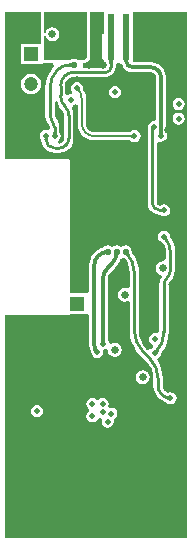
<source format=gbl>
G04*
G04 #@! TF.GenerationSoftware,Altium Limited,Altium Designer,21.0.9 (235)*
G04*
G04 Layer_Physical_Order=4*
G04 Layer_Color=16711680*
%FSLAX24Y24*%
%MOIN*%
G70*
G04*
G04 #@! TF.SameCoordinates,2108956C-AFA9-499C-9B58-46B140F6933B*
G04*
G04*
G04 #@! TF.FilePolarity,Positive*
G04*
G01*
G75*
%ADD14C,0.0080*%
%ADD15C,0.0100*%
%ADD17R,0.0236X0.1535*%
%ADD64C,0.0160*%
%ADD68C,0.0200*%
%ADD69C,0.0120*%
%ADD70C,0.0472*%
%ADD71R,0.0472X0.0472*%
%ADD72R,0.0492X0.0492*%
%ADD73C,0.0492*%
%ADD74C,0.0157*%
%ADD75C,0.0200*%
%ADD76C,0.0197*%
%ADD77C,0.0260*%
%ADD78C,0.0320*%
%ADD79C,0.0220*%
G36*
X282Y16908D02*
X202Y16900D01*
X197Y16925D01*
Y16024D01*
X282D01*
Y15943D01*
X347D01*
X347Y15941D01*
Y15787D01*
X346D01*
X344Y15783D01*
X339Y15781D01*
Y15779D01*
X-433D01*
Y15922D01*
X-408D01*
X-398Y15924D01*
X-388D01*
X-378Y15927D01*
X-369Y15929D01*
X-360Y15935D01*
X-351Y15939D01*
X-347Y15943D01*
X-282D01*
Y15990D01*
X-276Y15991D01*
X-268Y15996D01*
X-258Y16000D01*
X-251Y16007D01*
X-243Y16013D01*
X-237Y16021D01*
X-235Y16024D01*
X-197D01*
Y17065D01*
X-213Y17075D01*
Y17615D01*
X282D01*
Y16908D01*
D02*
G37*
G36*
X-315Y16085D02*
X-326Y16083D01*
X-402Y16032D01*
X-408Y16024D01*
X-594D01*
X-654Y16064D01*
X-736Y16080D01*
X-818Y16064D01*
X-879Y16024D01*
X-1732D01*
Y16840D01*
X-1682Y16845D01*
X-1673Y16800D01*
X-1623Y16724D01*
X-1546Y16673D01*
X-1457Y16655D01*
X-1367Y16673D01*
X-1291Y16724D01*
X-1240Y16800D01*
X-1222Y16890D01*
X-1240Y16980D01*
X-1291Y17056D01*
X-1367Y17106D01*
X-1457Y17124D01*
X-1546Y17106D01*
X-1623Y17056D01*
X-1673Y16980D01*
X-1682Y16935D01*
X-1732Y16940D01*
Y17615D01*
X-315D01*
Y16085D01*
D02*
G37*
G36*
X1092Y16104D02*
X1085Y16101D01*
X1079Y16096D01*
X1074Y16089D01*
X1070Y16080D01*
X1066Y16069D01*
X1064Y16055D01*
X1062Y16040D01*
X1060Y16023D01*
X1060Y16004D01*
X940D01*
X940Y16023D01*
X936Y16055D01*
X934Y16069D01*
X930Y16080D01*
X926Y16089D01*
X921Y16096D01*
X915Y16101D01*
X908Y16104D01*
X901Y16105D01*
X1099D01*
X1092Y16104D01*
D02*
G37*
G36*
X604Y16102D02*
X593Y16096D01*
X583Y16086D01*
X574Y16072D01*
X567Y16054D01*
X561Y16032D01*
X556Y16006D01*
X553Y15976D01*
X550Y15904D01*
X450D01*
X449Y15942D01*
X444Y16006D01*
X439Y16032D01*
X433Y16054D01*
X426Y16072D01*
X417Y16086D01*
X407Y16096D01*
X396Y16102D01*
X383Y16104D01*
X617D01*
X604Y16102D01*
D02*
G37*
G36*
X-827Y15804D02*
X-829Y15806D01*
X-833Y15808D01*
X-837Y15810D01*
X-843Y15812D01*
X-849Y15813D01*
X-857Y15814D01*
X-876Y15816D01*
X-899Y15816D01*
Y15916D01*
X-887Y15916D01*
X-849Y15919D01*
X-843Y15920D01*
X-837Y15922D01*
X-833Y15924D01*
X-829Y15926D01*
X-827Y15928D01*
Y15804D01*
D02*
G37*
G36*
X-536Y15084D02*
X-536Y15076D01*
X-535Y15068D01*
X-534Y15060D01*
X-532Y15052D01*
X-529Y15043D01*
X-526Y15035D01*
X-522Y15026D01*
X-512Y15008D01*
X-575Y14955D01*
X-580Y14963D01*
X-585Y14971D01*
X-591Y14978D01*
X-597Y14983D01*
X-604Y14989D01*
X-611Y14993D01*
X-618Y14996D01*
X-626Y14999D01*
X-634Y15001D01*
X-643Y15002D01*
X-535Y15092D01*
X-536Y15084D01*
D02*
G37*
G36*
X1959Y13704D02*
X1953Y13702D01*
X1948Y13700D01*
X1943Y13697D01*
X1939Y13693D01*
X1935Y13688D01*
X1931Y13682D01*
X1928Y13675D01*
X1926Y13667D01*
X1923Y13658D01*
X1922Y13648D01*
X1833Y13709D01*
X1836Y13720D01*
X1849Y13775D01*
X1849Y13778D01*
X1959Y13704D01*
D02*
G37*
G36*
X2225Y13633D02*
X2228Y13597D01*
X2229Y13591D01*
X2230Y13586D01*
X2232Y13581D01*
X2233Y13578D01*
X2235Y13575D01*
X2095D01*
X2097Y13578D01*
X2099Y13581D01*
X2100Y13586D01*
X2102Y13591D01*
X2103Y13597D01*
X2104Y13613D01*
X2105Y13633D01*
X2105Y13644D01*
X2225D01*
X2225Y13633D01*
D02*
G37*
G36*
X-1328Y13630D02*
X-1326Y13611D01*
X-1325Y13602D01*
X-1323Y13594D01*
X-1321Y13587D01*
X-1318Y13581D01*
X-1315Y13575D01*
X-1312Y13570D01*
X-1308Y13566D01*
X-1448D01*
X-1444Y13570D01*
X-1441Y13575D01*
X-1438Y13581D01*
X-1435Y13587D01*
X-1433Y13594D01*
X-1431Y13602D01*
X-1430Y13611D01*
X-1429Y13620D01*
X-1428Y13641D01*
X-1328D01*
X-1328Y13630D01*
D02*
G37*
G36*
X1208Y13424D02*
X1202Y13430D01*
X1196Y13435D01*
X1189Y13440D01*
X1181Y13444D01*
X1173Y13447D01*
X1165Y13450D01*
X1156Y13452D01*
X1147Y13453D01*
X1138Y13454D01*
X1128Y13454D01*
Y13534D01*
X1138Y13535D01*
X1147Y13536D01*
X1156Y13537D01*
X1165Y13539D01*
X1173Y13542D01*
X1181Y13545D01*
X1189Y13549D01*
X1196Y13554D01*
X1202Y13559D01*
X1208Y13564D01*
Y13424D01*
D02*
G37*
G36*
X3048Y102D02*
X-3048D01*
X-3048Y7536D01*
X-955D01*
X-916Y7544D01*
X-883Y7566D01*
X-882Y7567D01*
X-303D01*
X-284Y7567D01*
X-223Y7521D01*
Y6539D01*
X-224D01*
X-207Y6409D01*
X-183Y6350D01*
X-183Y6347D01*
X-179Y6340D01*
X-178Y6333D01*
X-163Y6300D01*
X-163Y6299D01*
X-148Y6222D01*
X-104Y6156D01*
X-38Y6112D01*
X39Y6097D01*
X117Y6112D01*
X182Y6156D01*
X226Y6222D01*
X242Y6299D01*
X242Y6299D01*
X241Y6307D01*
X241Y6307D01*
X236Y6372D01*
X314Y6388D01*
X318Y6391D01*
X346Y6383D01*
X399Y6349D01*
X413Y6278D01*
X464Y6202D01*
X540Y6151D01*
X630Y6134D01*
X720Y6151D01*
X796Y6202D01*
X847Y6278D01*
X864Y6368D01*
X847Y6458D01*
X796Y6534D01*
X720Y6585D01*
X630Y6603D01*
X540Y6585D01*
X515Y6568D01*
X507Y6569D01*
X432Y6609D01*
X423Y6652D01*
X399Y6688D01*
Y8770D01*
X398Y8777D01*
X415Y8863D01*
X464Y8936D01*
X470Y8940D01*
X630Y9100D01*
X631Y9100D01*
X725Y9215D01*
X795Y9346D01*
X812Y9402D01*
X894Y9439D01*
X902Y9438D01*
X963Y9426D01*
X986Y9398D01*
X1064Y9252D01*
X1112Y9092D01*
X1128Y8934D01*
X1127Y8927D01*
Y8462D01*
X1068Y8431D01*
X1047Y8427D01*
X965Y8443D01*
X875Y8425D01*
X799Y8374D01*
X748Y8298D01*
X730Y8209D01*
X748Y8119D01*
X799Y8043D01*
X875Y7992D01*
X965Y7974D01*
X1047Y7990D01*
X1068Y7987D01*
X1127Y7955D01*
Y7009D01*
X1126D01*
X1140Y6828D01*
X1182Y6652D01*
X1252Y6485D01*
X1346Y6331D01*
X1464Y6193D01*
X1464Y6193D01*
X1680Y5977D01*
X1685Y5974D01*
X1781Y5857D01*
X1855Y5719D01*
X1900Y5569D01*
X1915Y5419D01*
X1914Y5413D01*
Y5173D01*
X1912D01*
X1931Y5026D01*
X1988Y4889D01*
X2078Y4772D01*
X2196Y4681D01*
X2285Y4645D01*
X2285Y4644D01*
X2287Y4644D01*
X2297Y4640D01*
X2301Y4637D01*
X2310Y4634D01*
X2332Y4625D01*
X2337Y4617D01*
X2403Y4573D01*
X2480Y4558D01*
X2558Y4573D01*
X2623Y4617D01*
X2667Y4683D01*
X2683Y4760D01*
X2667Y4837D01*
X2623Y4903D01*
X2558Y4947D01*
X2480Y4962D01*
X2403Y4947D01*
X2383Y4934D01*
X2350Y4948D01*
X2296Y4989D01*
X2255Y5043D01*
X2229Y5106D01*
X2220Y5173D01*
X2220Y5173D01*
Y5413D01*
X2220D01*
X2207Y5586D01*
X2166Y5755D01*
X2100Y5915D01*
X2052Y5993D01*
X2046Y6073D01*
X2077Y6094D01*
X2112Y6117D01*
X2155Y6182D01*
X2170Y6256D01*
X2177Y6267D01*
X2182Y6273D01*
X2197Y6291D01*
X2292Y6446D01*
X2361Y6613D01*
X2403Y6789D01*
X2417Y6969D01*
X2417D01*
Y8522D01*
X2416Y8526D01*
X2428Y8588D01*
X2472Y8650D01*
X2472Y8650D01*
X2560Y8766D01*
X2616Y8901D01*
X2635Y9045D01*
X2633D01*
Y9615D01*
X2635D01*
X2617Y9789D01*
X2567Y9957D01*
X2484Y10111D01*
X2471Y10128D01*
X2467Y10134D01*
X2468Y10138D01*
X2452Y10216D01*
X2408Y10282D01*
X2342Y10326D01*
X2264Y10342D01*
X2186Y10326D01*
X2120Y10282D01*
X2075Y10216D01*
X2060Y10138D01*
X2075Y10060D01*
X2120Y9994D01*
X2186Y9949D01*
X2229Y9941D01*
X2283Y9840D01*
X2317Y9730D01*
X2328Y9618D01*
X2327Y9615D01*
Y9390D01*
X2247Y9324D01*
X2224Y9329D01*
X2135Y9311D01*
X2059Y9260D01*
X2008Y9184D01*
X1990Y9094D01*
X2008Y9005D01*
X2059Y8929D01*
X2135Y8878D01*
X2156Y8874D01*
X2189Y8785D01*
X2175Y8767D01*
X2126Y8649D01*
X2110Y8522D01*
X2111D01*
Y6972D01*
X2092Y6953D01*
X2028Y6923D01*
X1969Y6935D01*
X1891Y6919D01*
X1825Y6875D01*
X1782Y6810D01*
X1766Y6732D01*
X1782Y6655D01*
X1825Y6589D01*
X1891Y6545D01*
X1903Y6467D01*
X1891Y6447D01*
X1825Y6403D01*
X1815Y6388D01*
X1714Y6376D01*
X1681Y6410D01*
X1675Y6414D01*
X1574Y6537D01*
X1495Y6684D01*
X1447Y6843D01*
X1431Y7002D01*
X1432Y7009D01*
Y8927D01*
X1433D01*
X1419Y9107D01*
X1377Y9283D01*
X1307Y9450D01*
X1213Y9605D01*
X1204Y9615D01*
X1199Y9624D01*
X1197Y9626D01*
X1197Y9628D01*
X1198Y9636D01*
X1182Y9718D01*
X1136Y9788D01*
X1066Y9834D01*
X984Y9850D01*
X902Y9834D01*
X837Y9790D01*
X771Y9834D01*
X689Y9850D01*
X607Y9834D01*
X541Y9790D01*
X476Y9834D01*
X394Y9850D01*
X312Y9834D01*
X242Y9788D01*
X239Y9782D01*
X209Y9770D01*
X200Y9767D01*
X193Y9763D01*
X158Y9752D01*
X51Y9695D01*
X-42Y9619D01*
X-119Y9525D01*
X-176Y9418D01*
X-211Y9303D01*
X-223Y9184D01*
X-223Y9182D01*
Y8306D01*
X-284Y8259D01*
X-303Y8259D01*
X-853D01*
Y12631D01*
X-853Y12631D01*
Y12638D01*
X-861Y12677D01*
X-883Y12710D01*
X-916Y12732D01*
X-955Y12740D01*
X-2894Y12740D01*
X-2898Y12739D01*
X-3048Y12739D01*
X-3048Y17615D01*
X-1834D01*
Y16940D01*
X-1831Y16925D01*
X-1830Y16910D01*
X-1827Y16905D01*
X-1826Y16901D01*
X-1819Y16890D01*
X-1826Y16879D01*
X-1827Y16874D01*
X-1830Y16870D01*
X-1831Y16855D01*
X-1834Y16840D01*
Y16569D01*
X-2502D01*
Y15896D01*
X-1829D01*
Y15896D01*
X-1749Y15925D01*
X-1732Y15922D01*
X-1446D01*
X-1385Y15842D01*
X-1389Y15818D01*
X-1517Y15662D01*
X-1612Y15485D01*
X-1671Y15292D01*
X-1690Y15091D01*
X-1688D01*
Y14166D01*
X-1689D01*
X-1675Y14057D01*
X-1632Y13955D01*
X-1565Y13868D01*
Y13868D01*
X-1534Y13801D01*
X-1531Y13787D01*
X-1531Y13786D01*
Y13738D01*
X-1611Y13695D01*
X-1673Y13708D01*
X-1751Y13692D01*
X-1817Y13648D01*
X-1862Y13582D01*
X-1877Y13504D01*
X-1862Y13426D01*
X-1825Y13371D01*
X-1812Y13270D01*
X-1767Y13161D01*
X-1696Y13068D01*
X-1602Y12997D01*
X-1494Y12952D01*
X-1378Y12937D01*
Y12938D01*
X-1235D01*
Y12936D01*
X-1110Y12953D01*
X-993Y13001D01*
X-893Y13078D01*
X-816Y13178D01*
X-768Y13295D01*
X-751Y13420D01*
X-753D01*
Y14183D01*
X-751D01*
X-770Y14328D01*
X-810Y14424D01*
X-775Y14506D01*
X-765Y14515D01*
X-749Y14518D01*
X-695Y14554D01*
X-649Y14541D01*
X-615Y14520D01*
Y13907D01*
X-617D01*
X-598Y13763D01*
X-543Y13628D01*
X-454Y13513D01*
X-339Y13424D01*
X-204Y13369D01*
X-60Y13350D01*
Y13352D01*
X1134D01*
X1135Y13350D01*
X1202Y13306D01*
X1280Y13291D01*
X1358Y13306D01*
X1424Y13350D01*
X1468Y13416D01*
X1483Y13494D01*
X1468Y13572D01*
X1424Y13639D01*
X1358Y13683D01*
X1280Y13698D01*
X1202Y13683D01*
X1135Y13639D01*
X1134Y13637D01*
X-60D01*
X-60Y13637D01*
X-130Y13646D01*
X-195Y13673D01*
X-251Y13716D01*
X-294Y13772D01*
X-321Y13837D01*
X-330Y13907D01*
X-330Y13907D01*
Y14710D01*
X-329D01*
X-342Y14846D01*
X-382Y14977D01*
X-420Y15047D01*
X-422Y15055D01*
X-430Y15070D01*
X-431Y15073D01*
X-432Y15076D01*
X-433Y15078D01*
X-434Y15080D01*
X-434Y15082D01*
X-434Y15082D01*
X-434Y15086D01*
X-434Y15087D01*
X-431Y15102D01*
X-446Y15180D01*
X-491Y15246D01*
X-557Y15290D01*
X-635Y15306D01*
X-713Y15290D01*
X-779Y15246D01*
X-823Y15180D01*
X-839Y15102D01*
X-823Y15024D01*
X-796Y14982D01*
X-814Y14938D01*
X-834Y14906D01*
X-904Y14892D01*
X-948Y14862D01*
X-1019Y14890D01*
X-1028Y14898D01*
Y15172D01*
X-1028Y15173D01*
X-1018Y15250D01*
X-988Y15323D01*
X-940Y15385D01*
X-878Y15433D01*
X-805Y15463D01*
X-728Y15474D01*
X-727Y15473D01*
X339D01*
X342Y15474D01*
X420Y15484D01*
X496Y15516D01*
X561Y15565D01*
X611Y15630D01*
X642Y15706D01*
X652Y15784D01*
X653Y15787D01*
Y15907D01*
X718Y15943D01*
X782D01*
X849Y15912D01*
X850Y15906D01*
X888Y15814D01*
X948Y15735D01*
X1027Y15675D01*
X1118Y15637D01*
X1217Y15624D01*
Y15624D01*
X1832D01*
X1836Y15625D01*
X1898Y15613D01*
X1953Y15575D01*
X1991Y15520D01*
X2003Y15458D01*
X2002Y15454D01*
Y14053D01*
X1945Y14007D01*
X1867Y13991D01*
X1801Y13947D01*
X1757Y13881D01*
X1741Y13803D01*
X1746Y13781D01*
X1738Y13746D01*
X1736Y13740D01*
X1731Y13727D01*
X1717Y13621D01*
X1717D01*
Y11270D01*
X1717D01*
X1730Y11167D01*
X1770Y11070D01*
X1834Y10987D01*
X1917Y10924D01*
X2013Y10884D01*
X2117Y10870D01*
Y10870D01*
X2183Y10837D01*
X2186Y10835D01*
X2264Y10820D01*
X2342Y10835D01*
X2408Y10879D01*
X2452Y10946D01*
X2468Y11024D01*
X2452Y11102D01*
X2408Y11168D01*
X2342Y11212D01*
X2264Y11228D01*
X2186Y11212D01*
X2183Y11210D01*
X2117Y11177D01*
X2081Y11184D01*
X2051Y11204D01*
X2030Y11234D01*
X2023Y11270D01*
X2023D01*
Y13270D01*
X2103Y13312D01*
X2165Y13300D01*
X2243Y13316D01*
X2310Y13360D01*
X2354Y13426D01*
X2369Y13504D01*
X2354Y13582D01*
X2329Y13620D01*
X2329Y13620D01*
Y15454D01*
X2330D01*
X2313Y15583D01*
X2263Y15703D01*
X2184Y15806D01*
X2081Y15885D01*
X1961Y15935D01*
X1832Y15952D01*
Y15951D01*
X1218D01*
Y17615D01*
X3048D01*
X3048Y102D01*
D02*
G37*
G36*
X-1282Y14584D02*
X-1218Y14465D01*
X-1132Y14360D01*
X-1132Y14360D01*
X-1087Y14299D01*
X-1075Y14280D01*
X-1057Y14190D01*
X-1058Y14183D01*
Y13420D01*
X-1058Y13416D01*
X-1071Y13352D01*
X-1109Y13294D01*
X-1167Y13256D01*
X-1231Y13243D01*
X-1235Y13243D01*
X-1250D01*
X-1274Y13323D01*
X-1234Y13350D01*
X-1190Y13416D01*
X-1174Y13494D01*
X-1190Y13572D01*
X-1225Y13626D01*
Y13786D01*
X-1224D01*
X-1239Y13896D01*
X-1281Y13997D01*
X-1348Y14085D01*
Y14085D01*
X-1380Y14152D01*
X-1383Y14166D01*
X-1382Y14166D01*
Y14641D01*
X-1302Y14652D01*
X-1282Y14584D01*
D02*
G37*
G36*
X2180Y10969D02*
X2179Y10970D01*
X2177Y10970D01*
X2173Y10971D01*
X2169Y10972D01*
X2156Y10973D01*
X2117Y10974D01*
Y11074D01*
X2129Y11074D01*
X2177Y11077D01*
X2179Y11078D01*
X2180Y11079D01*
Y10969D01*
D02*
G37*
G36*
X2363Y10125D02*
X2364Y10120D01*
X2365Y10114D01*
X2368Y10107D01*
X2370Y10100D01*
X2374Y10093D01*
X2383Y10076D01*
X2388Y10067D01*
X2394Y10058D01*
X2319Y9991D01*
X2313Y10000D01*
X2307Y10007D01*
X2301Y10014D01*
X2295Y10020D01*
X2289Y10025D01*
X2283Y10030D01*
X2277Y10033D01*
X2270Y10036D01*
X2264Y10037D01*
X2258Y10038D01*
X2363Y10130D01*
X2363Y10125D01*
D02*
G37*
G36*
X325Y9550D02*
X320Y9554D01*
X314Y9556D01*
X308Y9558D01*
X301Y9559D01*
X293Y9559D01*
X285Y9558D01*
X276Y9557D01*
X266Y9554D01*
X256Y9551D01*
X245Y9547D01*
X232Y9670D01*
X245Y9674D01*
X296Y9695D01*
X301Y9698D01*
X304Y9701D01*
X306Y9703D01*
X325Y9550D01*
D02*
G37*
G36*
X1094Y9622D02*
X1095Y9615D01*
X1096Y9607D01*
X1098Y9599D01*
X1101Y9591D01*
X1105Y9583D01*
X1110Y9574D01*
X1121Y9555D01*
X1128Y9545D01*
X1053Y9478D01*
X1047Y9487D01*
X1040Y9495D01*
X1033Y9502D01*
X1026Y9508D01*
X1018Y9513D01*
X1011Y9518D01*
X1003Y9521D01*
X996Y9524D01*
X988Y9525D01*
X980Y9526D01*
X1094Y9629D01*
X1094Y9622D01*
D02*
G37*
G36*
X758Y9551D02*
X756Y9548D01*
X753Y9544D01*
X750Y9540D01*
X747Y9534D01*
X745Y9527D01*
X738Y9509D01*
X729Y9475D01*
X607Y9485D01*
X610Y9496D01*
X614Y9516D01*
X615Y9525D01*
X615Y9534D01*
X615Y9541D01*
X613Y9548D01*
X611Y9555D01*
X609Y9560D01*
X605Y9565D01*
X758Y9551D01*
D02*
G37*
G36*
X296Y6701D02*
X298Y6666D01*
X299Y6660D01*
X301Y6655D01*
X302Y6651D01*
X303Y6647D01*
X305Y6645D01*
X167D01*
X169Y6647D01*
X171Y6651D01*
X172Y6655D01*
X173Y6660D01*
X174Y6666D01*
X175Y6681D01*
X176Y6701D01*
X176Y6712D01*
X296D01*
X296Y6701D01*
D02*
G37*
G36*
X18Y6441D02*
X25Y6425D01*
X29Y6418D01*
X32Y6412D01*
X36Y6407D01*
X40Y6403D01*
X44Y6400D01*
X48Y6398D01*
X53Y6397D01*
X-58Y6314D01*
X-58Y6315D01*
X-59Y6317D01*
X-84Y6374D01*
X14Y6451D01*
X18Y6441D01*
D02*
G37*
G36*
X2100Y6334D02*
X2093Y6325D01*
X2078Y6301D01*
X2074Y6294D01*
X2071Y6288D01*
X2069Y6281D01*
X2068Y6276D01*
X2067Y6270D01*
X2067Y6265D01*
X1965Y6358D01*
X1971Y6359D01*
X1977Y6360D01*
X1983Y6363D01*
X1989Y6366D01*
X1995Y6370D01*
X2001Y6375D01*
X2007Y6380D01*
X2013Y6387D01*
X2020Y6394D01*
X2026Y6402D01*
X2100Y6334D01*
D02*
G37*
G36*
X2402Y4700D02*
X2400Y4703D01*
X2396Y4706D01*
X2391Y4709D01*
X2386Y4713D01*
X2380Y4716D01*
X2364Y4723D01*
X2345Y4730D01*
X2334Y4734D01*
X2345Y4836D01*
X2354Y4833D01*
X2363Y4830D01*
X2372Y4828D01*
X2380Y4827D01*
X2388Y4827D01*
X2395Y4827D01*
X2402Y4828D01*
X2408Y4830D01*
X2413Y4833D01*
X2419Y4837D01*
X2402Y4700D01*
D02*
G37*
%LPC*%
G36*
X-2165Y15571D02*
X-2253Y15560D01*
X-2335Y15526D01*
X-2405Y15472D01*
X-2459Y15402D01*
X-2493Y15320D01*
X-2504Y15232D01*
X-2493Y15145D01*
X-2459Y15063D01*
X-2405Y14992D01*
X-2335Y14939D01*
X-2253Y14905D01*
X-2165Y14893D01*
X-2078Y14905D01*
X-1996Y14939D01*
X-1926Y14992D01*
X-1872Y15063D01*
X-1838Y15145D01*
X-1826Y15232D01*
X-1838Y15320D01*
X-1872Y15402D01*
X-1926Y15472D01*
X-1996Y15526D01*
X-2078Y15560D01*
X-2165Y15571D01*
D02*
G37*
G36*
X630Y15163D02*
X553Y15148D01*
X487Y15104D01*
X443Y15038D01*
X428Y14961D01*
X443Y14883D01*
X487Y14818D01*
X553Y14774D01*
X630Y14758D01*
X707Y14774D01*
X773Y14818D01*
X817Y14883D01*
X832Y14961D01*
X817Y15038D01*
X773Y15104D01*
X707Y15148D01*
X630Y15163D01*
D02*
G37*
G36*
X2756Y14771D02*
X2678Y14755D01*
X2612Y14711D01*
X2568Y14645D01*
X2552Y14567D01*
X2568Y14489D01*
X2612Y14423D01*
X2678Y14379D01*
X2756Y14363D01*
X2834Y14379D01*
X2900Y14423D01*
X2944Y14489D01*
X2960Y14567D01*
X2944Y14645D01*
X2900Y14711D01*
X2834Y14755D01*
X2756Y14771D01*
D02*
G37*
G36*
Y14279D02*
X2678Y14263D01*
X2612Y14219D01*
X2568Y14153D01*
X2552Y14075D01*
X2568Y13997D01*
X2612Y13931D01*
X2678Y13886D01*
X2756Y13871D01*
X2834Y13886D01*
X2900Y13931D01*
X2944Y13997D01*
X2960Y14075D01*
X2944Y14153D01*
X2900Y14219D01*
X2834Y14263D01*
X2756Y14279D01*
D02*
G37*
G36*
X1555Y5687D02*
X1465Y5669D01*
X1389Y5619D01*
X1338Y5543D01*
X1321Y5453D01*
X1338Y5363D01*
X1389Y5287D01*
X1465Y5236D01*
X1555Y5218D01*
X1645Y5236D01*
X1721Y5287D01*
X1772Y5363D01*
X1790Y5453D01*
X1772Y5543D01*
X1721Y5619D01*
X1645Y5669D01*
X1555Y5687D01*
D02*
G37*
G36*
X221Y4769D02*
X144Y4754D01*
X78Y4710D01*
X25D01*
X-41Y4754D01*
X-118Y4769D01*
X-196Y4754D01*
X-261Y4710D01*
X-305Y4644D01*
X-320Y4567D01*
X-305Y4490D01*
X-261Y4424D01*
X-237Y4408D01*
Y4313D01*
X-261Y4297D01*
X-305Y4231D01*
X-320Y4154D01*
X-305Y4076D01*
X-261Y4010D01*
X-196Y3967D01*
X-118Y3951D01*
X-41Y3967D01*
X25Y4010D01*
X69Y4076D01*
X119Y4097D01*
X146Y4101D01*
X203Y4048D01*
X189Y3977D01*
X204Y3900D01*
X248Y3834D01*
X314Y3790D01*
X391Y3775D01*
X469Y3790D01*
X534Y3834D01*
X578Y3900D01*
X594Y3977D01*
X589Y4058D01*
X655Y4101D01*
X699Y4167D01*
X714Y4244D01*
X699Y4322D01*
X655Y4387D01*
X589Y4431D01*
X512Y4447D01*
X471Y4439D01*
X446Y4459D01*
X411Y4505D01*
X424Y4567D01*
X408Y4644D01*
X365Y4710D01*
X299Y4754D01*
X221Y4769D01*
D02*
G37*
G36*
X-1969Y4533D02*
X-2046Y4518D01*
X-2112Y4474D01*
X-2155Y4408D01*
X-2171Y4331D01*
X-2155Y4253D01*
X-2112Y4188D01*
X-2046Y4144D01*
X-1969Y4128D01*
X-1891Y4144D01*
X-1825Y4188D01*
X-1782Y4253D01*
X-1766Y4331D01*
X-1782Y4408D01*
X-1825Y4474D01*
X-1891Y4518D01*
X-1969Y4533D01*
D02*
G37*
%LPD*%
D14*
X-472Y13907D02*
G03*
X-60Y13494I412J0D01*
G01*
X-472Y14710D02*
G03*
X-635Y15102I-555J0D01*
G01*
X-60Y13494D02*
X1280D01*
X-472Y13907D02*
Y14710D01*
D15*
X2480Y9615D02*
G03*
X2264Y10138I-739J0D01*
G01*
X2362Y8760D02*
G03*
X2264Y8522I238J-238D01*
G01*
X2362Y8760D02*
G03*
X2480Y9045I-285J285D01*
G01*
X1971Y6262D02*
G03*
X2264Y6969I-707J707D01*
G01*
X2067Y5173D02*
G03*
X2480Y4760I413J0D01*
G01*
X2067Y5413D02*
G03*
X1789Y6085I-950J0D01*
G01*
X1280Y7009D02*
G03*
X1572Y6302I1000J0D01*
G01*
X1280Y8927D02*
G03*
X987Y9634I-1000J0D01*
G01*
X1870Y11270D02*
G03*
X2117Y11024I247J0D01*
G01*
X1945Y13803D02*
G03*
X1870Y13621I182J-182D01*
G01*
X339Y15626D02*
G03*
X500Y15787I0J161D01*
G01*
X-906Y14183D02*
G03*
X-1024Y14468I-403J0D01*
G01*
X-727Y15626D02*
G03*
X-1181Y15172I0J-454D01*
G01*
Y14849D02*
G03*
X-1024Y14468I538J0D01*
G01*
X-1673Y13386D02*
G03*
X-1378Y13091I295J0D01*
G01*
X-1235D02*
G03*
X-906Y13420I0J329D01*
G01*
X-899Y15866D02*
G03*
X-1280Y15709I0J-538D01*
G01*
D02*
G03*
X-1535Y15091I618J-618D01*
G01*
Y14166D02*
G03*
X-1457Y13976I269J0D01*
G01*
X-1378Y13786D02*
G03*
X-1457Y13976I-269J0D01*
G01*
X2480Y9045D02*
Y9615D01*
X1969Y6260D02*
X1971Y6262D01*
X2264Y6969D02*
Y8522D01*
X2067Y5173D02*
Y5413D01*
X984Y9636D02*
X987Y9634D01*
X1280Y7009D02*
Y8927D01*
X1572Y6302D02*
X1789Y6085D01*
X2117Y11024D02*
X2264D01*
X1870Y11270D02*
Y13621D01*
X1945Y13776D02*
Y13803D01*
X-727Y15626D02*
X339D01*
X-906Y13420D02*
Y14183D01*
X-1181Y14849D02*
Y15172D01*
X-1673Y13386D02*
Y13504D01*
X-1378Y13091D02*
X-1235D01*
X-899Y15866D02*
X-736D01*
X-1535Y14166D02*
Y15091D01*
X-1378Y13494D02*
Y13786D01*
X500Y15787D02*
Y16890D01*
D17*
X0Y16811D02*
D03*
X500D02*
D03*
X1000D02*
D03*
X-1000D02*
D03*
X-500D02*
D03*
D64*
X-1000Y16874D02*
G03*
X-1457Y17331I-457J0D01*
G01*
Y16417D02*
G03*
X-1000Y16874I0J457D01*
G01*
Y16890D01*
D68*
X0Y16436D02*
G03*
X236Y15866I807J0D01*
G01*
X0Y16436D02*
Y16890D01*
D69*
X394Y9636D02*
G03*
X-60Y9182I0J-454D01*
G01*
Y6539D02*
G03*
X39Y6299I339J0D01*
G01*
X2165Y15454D02*
G03*
X1832Y15787I-333J0D01*
G01*
X1000Y16004D02*
G03*
X1217Y15787I217J0D01*
G01*
X354Y9055D02*
G03*
X236Y8770I285J-285D01*
G01*
X515Y9216D02*
G03*
X689Y9636I-421J421D01*
G01*
X-60Y6539D02*
Y9182D01*
X2165Y13504D02*
Y15454D01*
X1000Y16004D02*
Y16890D01*
X1217Y15787D02*
X1832D01*
X236Y6575D02*
Y8770D01*
X354Y9055D02*
X515Y9216D01*
D70*
X-2165Y14232D02*
D03*
Y15232D02*
D03*
D71*
Y16232D02*
D03*
D72*
X-630Y7913D02*
D03*
D73*
Y7126D02*
D03*
D74*
X157Y14114D02*
D03*
X-157Y14508D02*
D03*
X157D02*
D03*
X-157Y14114D02*
D03*
X0Y14311D02*
D03*
D75*
X2264Y10138D02*
D03*
X2756Y15059D02*
D03*
Y14075D02*
D03*
X2264Y11024D02*
D03*
X1945Y13803D02*
D03*
X2756Y14567D02*
D03*
X-1378Y13494D02*
D03*
X-635Y15102D02*
D03*
X1280Y13494D02*
D03*
X2165Y13504D02*
D03*
X-1673D02*
D03*
D76*
X2463Y15392D02*
D03*
X-1693Y5315D02*
D03*
X-906Y5000D02*
D03*
X-118Y4154D02*
D03*
Y4567D02*
D03*
X512Y4244D02*
D03*
X391Y3977D02*
D03*
X221Y4291D02*
D03*
Y4567D02*
D03*
X630Y14961D02*
D03*
X-827Y14705D02*
D03*
X-1181Y14134D02*
D03*
X965Y15394D02*
D03*
X-650D02*
D03*
X2480Y4760D02*
D03*
X1969Y6260D02*
D03*
X1969Y6732D02*
D03*
X236Y6575D02*
D03*
X39Y6299D02*
D03*
X-1969Y4331D02*
D03*
X1969Y7205D02*
D03*
X2756Y7756D02*
D03*
X1594Y5866D02*
D03*
X-118Y5630D02*
D03*
Y5236D02*
D03*
X276Y5630D02*
D03*
Y5236D02*
D03*
X79Y5433D02*
D03*
X-2283Y4331D02*
D03*
X2835Y6260D02*
D03*
X2874Y8602D02*
D03*
X1024Y5453D02*
D03*
X2756Y4222D02*
D03*
X-846Y4291D02*
D03*
X-1181Y3760D02*
D03*
X-1535Y2835D02*
D03*
D77*
X2415Y13701D02*
D03*
X-1457Y17331D02*
D03*
X236Y15866D02*
D03*
X-1457Y16417D02*
D03*
X-236Y15866D02*
D03*
X-2047Y13504D02*
D03*
X-1457Y16890D02*
D03*
X-709Y9646D02*
D03*
X2224Y9094D02*
D03*
X2480Y5118D02*
D03*
X1555Y5453D02*
D03*
Y8209D02*
D03*
X965D02*
D03*
X630Y6368D02*
D03*
D78*
X-512Y3799D02*
D03*
X2146Y2638D02*
D03*
X453Y3563D02*
D03*
D79*
X-736Y15866D02*
D03*
X394Y9636D02*
D03*
X984D02*
D03*
X689D02*
D03*
M02*

</source>
